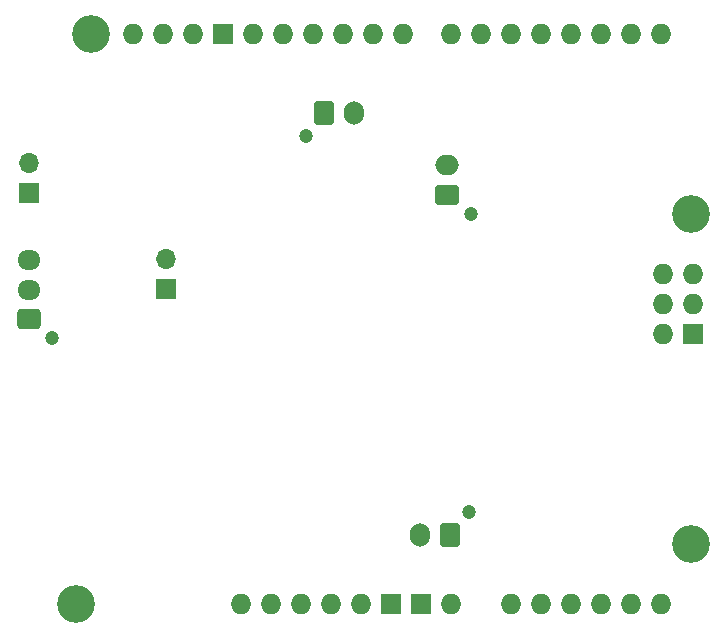
<source format=gbs>
G04 #@! TF.GenerationSoftware,KiCad,Pcbnew,7.0.8*
G04 #@! TF.CreationDate,2023-12-02T16:18:10-07:00*
G04 #@! TF.ProjectId,drs,6472732e-6b69-4636-9164-5f7063625858,v1*
G04 #@! TF.SameCoordinates,Original*
G04 #@! TF.FileFunction,Soldermask,Bot*
G04 #@! TF.FilePolarity,Negative*
%FSLAX46Y46*%
G04 Gerber Fmt 4.6, Leading zero omitted, Abs format (unit mm)*
G04 Created by KiCad (PCBNEW 7.0.8) date 2023-12-02 16:18:10*
%MOMM*%
%LPD*%
G01*
G04 APERTURE LIST*
G04 Aperture macros list*
%AMRoundRect*
0 Rectangle with rounded corners*
0 $1 Rounding radius*
0 $2 $3 $4 $5 $6 $7 $8 $9 X,Y pos of 4 corners*
0 Add a 4 corners polygon primitive as box body*
4,1,4,$2,$3,$4,$5,$6,$7,$8,$9,$2,$3,0*
0 Add four circle primitives for the rounded corners*
1,1,$1+$1,$2,$3*
1,1,$1+$1,$4,$5*
1,1,$1+$1,$6,$7*
1,1,$1+$1,$8,$9*
0 Add four rect primitives between the rounded corners*
20,1,$1+$1,$2,$3,$4,$5,0*
20,1,$1+$1,$4,$5,$6,$7,0*
20,1,$1+$1,$6,$7,$8,$9,0*
20,1,$1+$1,$8,$9,$2,$3,0*%
G04 Aperture macros list end*
%ADD10C,1.200000*%
%ADD11RoundRect,0.250000X0.750000X-0.600000X0.750000X0.600000X-0.750000X0.600000X-0.750000X-0.600000X0*%
%ADD12O,2.000000X1.700000*%
%ADD13R,1.700000X1.700000*%
%ADD14O,1.700000X1.700000*%
%ADD15RoundRect,0.250000X-0.600000X-0.750000X0.600000X-0.750000X0.600000X0.750000X-0.600000X0.750000X0*%
%ADD16O,1.700000X2.000000*%
%ADD17C,3.200000*%
%ADD18O,1.727200X1.727200*%
%ADD19R,1.727200X1.727200*%
%ADD20RoundRect,0.250000X0.725000X-0.600000X0.725000X0.600000X-0.725000X0.600000X-0.725000X-0.600000X0*%
%ADD21O,1.950000X1.700000*%
%ADD22RoundRect,0.250000X0.600000X0.750000X-0.600000X0.750000X-0.600000X-0.750000X0.600000X-0.750000X0*%
G04 APERTURE END LIST*
D10*
X162275000Y-86750000D03*
D11*
X160275000Y-85150000D03*
D12*
X160275000Y-82650000D03*
D13*
X136500000Y-93100000D03*
D14*
X136500000Y-90560000D03*
D13*
X124900000Y-84975000D03*
D14*
X124900000Y-82435000D03*
D10*
X148300000Y-80200000D03*
D15*
X149900000Y-78200000D03*
D16*
X152400000Y-78200000D03*
D17*
X128870000Y-119800000D03*
X130140000Y-71540000D03*
X180940000Y-86780000D03*
X180940000Y-114720000D03*
D18*
X150460000Y-119800000D03*
X153000000Y-119800000D03*
X181067000Y-91860000D03*
X165700000Y-119800000D03*
X168240000Y-119800000D03*
X170780000Y-119800000D03*
X173320000Y-119800000D03*
X175860000Y-119800000D03*
X178400000Y-119800000D03*
X138776000Y-71540000D03*
X142840000Y-119800000D03*
X178400000Y-71540000D03*
X175860000Y-71540000D03*
X173320000Y-71540000D03*
X170780000Y-71540000D03*
X168240000Y-71540000D03*
X165700000Y-71540000D03*
X163160000Y-71540000D03*
X160620000Y-71540000D03*
X156556000Y-71540000D03*
X154016000Y-71540000D03*
X151476000Y-71540000D03*
X148936000Y-71540000D03*
X146396000Y-71540000D03*
X143856000Y-71540000D03*
D19*
X141316000Y-71540000D03*
X155540000Y-119800000D03*
X158080000Y-119800000D03*
X181067000Y-96940000D03*
D18*
X145380000Y-119800000D03*
X178527000Y-91860000D03*
X181067000Y-94400000D03*
X147920000Y-119800000D03*
X178527000Y-96940000D03*
X178527000Y-94400000D03*
X133696000Y-71540000D03*
X136236000Y-71540000D03*
X160620000Y-119800000D03*
D10*
X126875000Y-97300000D03*
D20*
X124875000Y-95700000D03*
D21*
X124875000Y-93200000D03*
X124875000Y-90700000D03*
D10*
X162100000Y-112000000D03*
D22*
X160500000Y-114000000D03*
D16*
X158000000Y-114000000D03*
M02*

</source>
